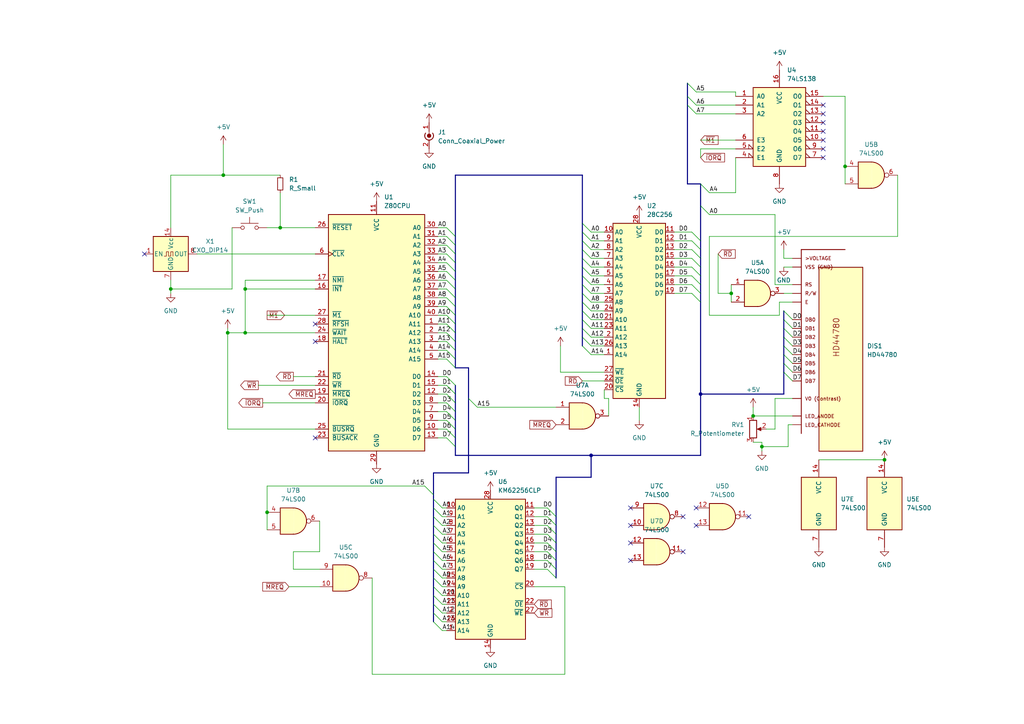
<source format=kicad_sch>
(kicad_sch (version 20230121) (generator eeschema)
  (paper "A4")
  (lib_symbols
    (symbol "Connector:Conn_Coaxial_Power" (pin_names (offset 1.016) hide)
      (property "Reference" "J" (at -5.08 -1.27 90))
      (property "Value" "Conn_Coaxial_Power" (at -3.175 -1.27 90))
      (symbol "Conn_Coaxial_Power_1_1"
        (pin passive line (at 0 2.54 270) (length 2.54) (name "In") (number "1"))
        (pin passive line (at 0 -5.08 90) (length 2.54) (name "Ext") (number "2"))
      )
    )
    (symbol "Device:R_Potentiometer" (pin_names (offset 1.016) hide)
      (property "Reference" "RV" (at -4.445 0 90))
      (property "Value" "R_Potentiometer" (at -2.54 0 90))
      (symbol "R_Potentiometer_1_1"
        (pin passive line (at 0 3.81 270) (length 1.27) (name "1") (number "1"))
        (pin passive line (at 3.81 0 180) (length 1.27) (name "2") (number "2"))
        (pin passive line (at 0 -3.81 90) (length 1.27) (name "3") (number "3"))
      )
    )
    (symbol "Z80ComputerLib:+5V" (power) (pin_names (offset 0))
      (property "Value" "+5V" (at 0 3.556 0))
      (symbol "+5V_1_1"
        (pin power_in line (at 0 0 90) (length 0) hide (name "+5V") (number "1"))
      )
    )
    (symbol "Z80ComputerLib:28C256"
      (property "Reference" "U" (at -7.62 26.67 0))
      (property "Value" "28C256" (at 2.54 -26.67 0))
      (symbol "28C256_1_1"
        (pin input line (at -10.16 -12.7 0) (length 2.54) (name "A14") (number "1"))
        (pin input line (at -10.16 22.86 0) (length 2.54) (name "A0") (number "10"))
        (pin tri_state line (at 10.16 22.86 180) (length 2.54) (name "D0") (number "11"))
        (pin tri_state line (at 10.16 20.32 180) (length 2.54) (name "D1") (number "12"))
        (pin tri_state line (at 10.16 17.78 180) (length 2.54) (name "D2") (number "13"))
        (pin power_in line (at 0 -27.94 90) (length 2.54) (name "GND") (number "14"))
        (pin tri_state line (at 10.16 15.24 180) (length 2.54) (name "D3") (number "15"))
        (pin tri_state line (at 10.16 12.7 180) (length 2.54) (name "D4") (number "16"))
        (pin tri_state line (at 10.16 10.16 180) (length 2.54) (name "D5") (number "17"))
        (pin tri_state line (at 10.16 7.62 180) (length 2.54) (name "D6") (number "18"))
        (pin tri_state line (at 10.16 5.08 180) (length 2.54) (name "D7") (number "19"))
        (pin input line (at -10.16 -7.62 0) (length 2.54) (name "A12") (number "2"))
        (pin input line (at -10.16 -22.86 0) (length 2.54) (name "~{CS}") (number "20"))
        (pin input line (at -10.16 -2.54 0) (length 2.54) (name "A10") (number "21"))
        (pin input line (at -10.16 -20.32 0) (length 2.54) (name "~{OE}") (number "22"))
        (pin input line (at -10.16 -5.08 0) (length 2.54) (name "A11") (number "23"))
        (pin input line (at -10.16 0 0) (length 2.54) (name "A9") (number "24"))
        (pin input line (at -10.16 2.54 0) (length 2.54) (name "A8") (number "25"))
        (pin input line (at -10.16 -10.16 0) (length 2.54) (name "A13") (number "26"))
        (pin input line (at -10.16 -17.78 0) (length 2.54) (name "~{WE}") (number "27"))
        (pin power_in line (at 0 27.94 270) (length 2.54) (name "VCC") (number "28"))
        (pin input line (at -10.16 5.08 0) (length 2.54) (name "A7") (number "3"))
        (pin input line (at -10.16 7.62 0) (length 2.54) (name "A6") (number "4"))
        (pin input line (at -10.16 10.16 0) (length 2.54) (name "A5") (number "5"))
        (pin input line (at -10.16 12.7 0) (length 2.54) (name "A4") (number "6"))
        (pin input line (at -10.16 15.24 0) (length 2.54) (name "A3") (number "7"))
        (pin input line (at -10.16 17.78 0) (length 2.54) (name "A2") (number "8"))
        (pin input line (at -10.16 20.32 0) (length 2.54) (name "A1") (number "9"))
      )
    )
    (symbol "Z80ComputerLib:74LS00" (pin_names (offset 1.016))
      (property "Reference" "U" (at 0 1.27 0))
      (property "Value" "74LS00" (at 0 -1.27 0))
      (symbol "74LS00_1_1"
        (pin input line (at -7.62 2.54 0) (length 3.81) (name "~") (number "1"))
        (pin input line (at -7.62 -2.54 0) (length 3.81) (name "~") (number "2"))
        (pin output inverted (at 7.62 0 180) (length 3.81) (name "~") (number "3"))
      )
      (symbol "74LS00_1_2"
        (pin input inverted (at -7.62 2.54 0) (length 4.318) (name "~") (number "1"))
        (pin input inverted (at -7.62 -2.54 0) (length 4.318) (name "~") (number "2"))
        (pin output line (at 7.62 0 180) (length 3.81) (name "~") (number "3"))
      )
      (symbol "74LS00_2_1"
        (pin input line (at -7.62 2.54 0) (length 3.81) (name "~") (number "4"))
        (pin input line (at -7.62 -2.54 0) (length 3.81) (name "~") (number "5"))
        (pin output inverted (at 7.62 0 180) (length 3.81) (name "~") (number "6"))
      )
      (symbol "74LS00_2_2"
        (pin input inverted (at -7.62 2.54 0) (length 4.318) (name "~") (number "4"))
        (pin input inverted (at -7.62 -2.54 0) (length 4.318) (name "~") (number "5"))
        (pin output line (at 7.62 0 180) (length 3.81) (name "~") (number "6"))
      )
      (symbol "74LS00_3_1"
        (pin input line (at -7.62 -2.54 0) (length 3.81) (name "~") (number "10"))
        (pin output inverted (at 7.62 0 180) (length 3.81) (name "~") (number "8"))
        (pin input line (at -7.62 2.54 0) (length 3.81) (name "~") (number "9"))
      )
      (symbol "74LS00_3_2"
        (pin input inverted (at -7.62 -2.54 0) (length 4.318) (name "~") (number "10"))
        (pin output line (at 7.62 0 180) (length 3.81) (name "~") (number "8"))
        (pin input inverted (at -7.62 2.54 0) (length 4.318) (name "~") (number "9"))
      )
      (symbol "74LS00_4_1"
        (pin output inverted (at 7.62 0 180) (length 3.81) (name "~") (number "11"))
        (pin input line (at -7.62 2.54 0) (length 3.81) (name "~") (number "12"))
        (pin input line (at -7.62 -2.54 0) (length 3.81) (name "~") (number "13"))
      )
      (symbol "74LS00_4_2"
        (pin output line (at 7.62 0 180) (length 3.81) (name "~") (number "11"))
        (pin input inverted (at -7.62 2.54 0) (length 4.318) (name "~") (number "12"))
        (pin input inverted (at -7.62 -2.54 0) (length 4.318) (name "~") (number "13"))
      )
      (symbol "74LS00_5_0"
        (pin power_in line (at 0 12.7 270) (length 5.08) (name "VCC") (number "14"))
        (pin power_in line (at 0 -12.7 90) (length 5.08) (name "GND") (number "7"))
      )
    )
    (symbol "Z80ComputerLib:74LS138" (pin_names (offset 1.016))
      (property "Reference" "U" (at -7.62 11.43 0))
      (property "Value" "74LS138" (at -7.62 -13.97 0))
      (symbol "74LS138_1_0"
        (pin input line (at -12.7 7.62 0) (length 5.08) (name "A0") (number "1"))
        (pin output output_low (at 12.7 -5.08 180) (length 5.08) (name "O5") (number "10"))
        (pin output output_low (at 12.7 -2.54 180) (length 5.08) (name "O4") (number "11"))
        (pin output output_low (at 12.7 0 180) (length 5.08) (name "O3") (number "12"))
        (pin output output_low (at 12.7 2.54 180) (length 5.08) (name "O2") (number "13"))
        (pin output output_low (at 12.7 5.08 180) (length 5.08) (name "O1") (number "14"))
        (pin output output_low (at 12.7 7.62 180) (length 5.08) (name "O0") (number "15"))
        (pin power_in line (at 0 15.24 270) (length 5.08) (name "VCC") (number "16"))
        (pin input line (at -12.7 5.08 0) (length 5.08) (name "A1") (number "2"))
        (pin input line (at -12.7 2.54 0) (length 5.08) (name "A2") (number "3"))
        (pin input input_low (at -12.7 -10.16 0) (length 5.08) (name "E1") (number "4"))
        (pin input input_low (at -12.7 -7.62 0) (length 5.08) (name "E2") (number "5"))
        (pin input line (at -12.7 -5.08 0) (length 5.08) (name "E3") (number "6"))
        (pin output output_low (at 12.7 -10.16 180) (length 5.08) (name "O7") (number "7"))
        (pin power_in line (at 0 -17.78 90) (length 5.08) (name "GND") (number "8"))
        (pin output output_low (at 12.7 -7.62 180) (length 5.08) (name "O6") (number "9"))
      )
    )
    (symbol "Z80ComputerLib:CXO_DIP14" (pin_names (offset 0.254))
      (property "Reference" "X" (at -5.08 6.35 0))
      (property "Value" "CXO_DIP14" (at 1.27 -6.35 0))
      (symbol "CXO_DIP14_1_1"
        (pin input line (at -7.62 0 0) (length 2.54) (name "EN") (number "1"))
        (pin power_in line (at 0 7.62 270) (length 2.54) (name "Vcc") (number "14"))
        (pin power_in line (at 0 -7.62 90) (length 2.54) (name "GND") (number "7"))
        (pin output line (at 7.62 0 180) (length 2.54) (name "OUT") (number "8"))
      )
    )
    (symbol "Z80ComputerLib:GND" (power) (pin_names (offset 0))
      (property "Value" "GND" (at 0 -3.81 0))
      (symbol "GND_1_1"
        (pin power_in line (at 0 0 270) (length 0) hide (name "GND") (number "1"))
      )
    )
    (symbol "Z80ComputerLib:HD44780" (pin_numbers hide) (pin_names (offset 1.016) hide)
      (property "Reference" "DIS" (at 0 5.08 0))
      (property "Value" "HD44780" (at 0 2.54 0))
      (symbol "HD44780_0_0"
        (text ">VOLTAGE" (at 1.016 -2.54 0) (effects (font (size 1.016 1.016)) (justify left)))
        (text "DB0" (at 1.016 -20.3454 0) (effects (font (size 1.016 1.016)) (justify left)))
        (text "DB1" (at 1.016 -22.8854 0) (effects (font (size 1.016 1.016)) (justify left)))
        (text "DB2" (at 1.016 -25.4 0) (effects (font (size 1.016 1.016)) (justify left)))
        (text "DB3" (at 1.016 -27.9908 0) (effects (font (size 1.016 1.016)) (justify left)))
        (text "DB4" (at 1.016 -30.5308 0) (effects (font (size 1.016 1.016)) (justify left)))
        (text "DB5" (at 1.016 -33.02 0) (effects (font (size 1.016 1.016)) (justify left)))
        (text "DB6" (at 1.016 -35.5854 0) (effects (font (size 1.016 1.016)) (justify left)))
        (text "DB7" (at 1.016 -38.1254 0) (effects (font (size 1.016 1.016)) (justify left)))
        (text "E" (at 1.016 -15.2654 0) (effects (font (size 1.016 1.016)) (justify left)))
        (text "HD44780" (at 10.16 -25.4254 900) (effects (font (size 1.6764 1.6764))))
        (text "LED_ANODE" (at 1.016 -48.3362 0) (effects (font (size 1.016 1.016)) (justify left)))
        (text "LED_CATHODE" (at 1.016 -50.8762 0) (effects (font (size 1.016 1.016)) (justify left)))
        (text "R/W" (at 1.016 -12.7 0) (effects (font (size 1.016 1.016)) (justify left)))
        (text "RS" (at 1.016 -10.16 0) (effects (font (size 1.016 1.016)) (justify left)))
        (text "V0 (Contrast)" (at 1.016 -43.2562 0) (effects (font (size 1.016 1.016)) (justify left)))
        (text "VSS (GND)" (at 1.016 -5.08 0) (effects (font (size 1.016 1.016)) (justify left)))
        (pin bidirectional line (at -2.54 -5.08 0) (length 2.54) (name "~") (number "P$1"))
        (pin bidirectional line (at -2.54 -27.94 0) (length 2.54) (name "~") (number "P$10"))
        (pin bidirectional line (at -2.54 -30.48 0) (length 2.54) (name "~") (number "P$11"))
        (pin bidirectional line (at -2.54 -33.02 0) (length 2.54) (name "~") (number "P$12"))
        (pin bidirectional line (at -2.54 -35.56 0) (length 2.54) (name "~") (number "P$13"))
        (pin bidirectional line (at -2.54 -38.1 0) (length 2.54) (name "~") (number "P$14"))
        (pin bidirectional line (at -2.54 -48.26 0) (length 2.54) (name "~") (number "P$15"))
        (pin bidirectional line (at -2.54 -50.8 0) (length 2.54) (name "~") (number "P$16"))
        (pin bidirectional line (at -2.54 -2.54 0) (length 2.54) (name "~") (number "P$2"))
        (pin bidirectional line (at -2.54 -43.18 0) (length 2.54) (name "~") (number "P$3"))
        (pin bidirectional line (at -2.54 -10.16 0) (length 2.54) (name "~") (number "P$4"))
        (pin bidirectional line (at -2.54 -12.7 0) (length 2.54) (name "~") (number "P$5"))
        (pin bidirectional line (at -2.54 -15.24 0) (length 2.54) (name "~") (number "P$6"))
        (pin bidirectional line (at -2.54 -20.32 0) (length 2.54) (name "~") (number "P$7"))
        (pin bidirectional line (at -2.54 -22.86 0) (length 2.54) (name "~") (number "P$8"))
        (pin bidirectional line (at -2.54 -25.4 0) (length 2.54) (name "~") (number "P$9"))
      )
    )
    (symbol "Z80ComputerLib:KM62256CLP"
      (property "Reference" "U" (at -10.16 20.955 0))
      (property "Value" "KM62256CLP" (at 2.54 20.955 0))
      (symbol "KM62256CLP_0_0"
        (pin power_in line (at 0 -22.86 90) (length 2.54) (name "GND") (number "14"))
        (pin power_in line (at 0 22.86 270) (length 2.54) (name "VCC") (number "28"))
      )
      (symbol "KM62256CLP_1_1"
        (pin input line (at -12.7 -17.78 0) (length 2.54) (name "A14") (number "1"))
        (pin input line (at -12.7 17.78 0) (length 2.54) (name "A0") (number "10"))
        (pin tri_state line (at 12.7 17.78 180) (length 2.54) (name "Q0") (number "11"))
        (pin tri_state line (at 12.7 15.24 180) (length 2.54) (name "Q1") (number "12"))
        (pin tri_state line (at 12.7 12.7 180) (length 2.54) (name "Q2") (number "13"))
        (pin tri_state line (at 12.7 10.16 180) (length 2.54) (name "Q3") (number "15"))
        (pin tri_state line (at 12.7 7.62 180) (length 2.54) (name "Q4") (number "16"))
        (pin tri_state line (at 12.7 5.08 180) (length 2.54) (name "Q5") (number "17"))
        (pin tri_state line (at 12.7 2.54 180) (length 2.54) (name "Q6") (number "18"))
        (pin tri_state line (at 12.7 0 180) (length 2.54) (name "Q7") (number "19"))
        (pin input line (at -12.7 -12.7 0) (length 2.54) (name "A12") (number "2"))
        (pin input line (at 12.7 -5.08 180) (length 2.54) (name "~{CS}") (number "20"))
        (pin input line (at -12.7 -7.62 0) (length 2.54) (name "A10") (number "21"))
        (pin input line (at 12.7 -10.16 180) (length 2.54) (name "~{OE}") (number "22"))
        (pin input line (at -12.7 -10.16 0) (length 2.54) (name "A11") (number "23"))
        (pin input line (at -12.7 -5.08 0) (length 2.54) (name "A9") (number "24"))
        (pin input line (at -12.7 -2.54 0) (length 2.54) (name "A8") (number "25"))
        (pin input line (at -12.7 -15.24 0) (length 2.54) (name "A13") (number "26"))
        (pin input line (at 12.7 -12.7 180) (length 2.54) (name "~{WE}") (number "27"))
        (pin input line (at -12.7 0 0) (length 2.54) (name "A7") (number "3"))
        (pin input line (at -12.7 2.54 0) (length 2.54) (name "A6") (number "4"))
        (pin input line (at -12.7 5.08 0) (length 2.54) (name "A5") (number "5"))
        (pin input line (at -12.7 7.62 0) (length 2.54) (name "A4") (number "6"))
        (pin input line (at -12.7 10.16 0) (length 2.54) (name "A3") (number "7"))
        (pin input line (at -12.7 12.7 0) (length 2.54) (name "A2") (number "8"))
        (pin input line (at -12.7 15.24 0) (length 2.54) (name "A1") (number "9"))
      )
    )
    (symbol "Z80ComputerLib:R_Small" (pin_numbers hide) (pin_names (offset 0.254) hide)
      (property "Reference" "R" (at 0.762 0.508 0))
      (property "Value" "R_Small" (at 0.762 -1.016 0))
      (symbol "R_Small_1_1"
        (pin passive line (at 0 2.54 270) (length 0.762) (name "~") (number "1"))
        (pin passive line (at 0 -2.54 90) (length 0.762) (name "~") (number "2"))
      )
    )
    (symbol "Z80ComputerLib:SW_Push" (pin_numbers hide) (pin_names (offset 1.016) hide)
      (property "Reference" "SW" (at 1.27 2.54 0))
      (property "Value" "SW_Push" (at 0 -1.524 0))
      (symbol "SW_Push_0_1"
        (pin passive line (at -5.08 0 0) (length 2.54) (name "1") (number "1"))
        (pin passive line (at 5.08 0 180) (length 2.54) (name "2") (number "2"))
      )
    )
    (symbol "Z80ComputerLib:Z80CPU" (pin_names (offset 1.016))
      (property "Reference" "U" (at -13.97 35.56 0))
      (property "Value" "Z80CPU" (at 6.35 35.56 0))
      (symbol "Z80CPU_1_1"
        (pin output line (at 17.78 2.54 180) (length 3.81) (name "A11") (number "1"))
        (pin bidirectional line (at 17.78 -27.94 180) (length 3.81) (name "D6") (number "10"))
        (pin power_in line (at 0 38.1 270) (length 3.81) (name "VCC") (number "11"))
        (pin bidirectional line (at 17.78 -17.78 180) (length 3.81) (name "D2") (number "12"))
        (pin bidirectional line (at 17.78 -30.48 180) (length 3.81) (name "D7") (number "13"))
        (pin bidirectional line (at 17.78 -12.7 180) (length 3.81) (name "D0") (number "14"))
        (pin bidirectional line (at 17.78 -15.24 180) (length 3.81) (name "D1") (number "15"))
        (pin input line (at -17.78 12.7 0) (length 3.81) (name "~{INT}") (number "16"))
        (pin input line (at -17.78 15.24 0) (length 3.81) (name "~{NMI}") (number "17"))
        (pin output line (at -17.78 -2.54 0) (length 3.81) (name "~{HALT}") (number "18"))
        (pin output line (at -17.78 -17.78 0) (length 3.81) (name "~{MREQ}") (number "19"))
        (pin output line (at 17.78 0 180) (length 3.81) (name "A12") (number "2"))
        (pin output line (at -17.78 -20.32 0) (length 3.81) (name "~{IORQ}") (number "20"))
        (pin output line (at -17.78 -12.7 0) (length 3.81) (name "~{RD}") (number "21"))
        (pin output line (at -17.78 -15.24 0) (length 3.81) (name "~{WR}") (number "22"))
        (pin output line (at -17.78 -30.48 0) (length 3.81) (name "~{BUSACK}") (number "23"))
        (pin input line (at -17.78 0 0) (length 3.81) (name "~{WAIT}") (number "24"))
        (pin input line (at -17.78 -27.94 0) (length 3.81) (name "~{BUSRQ}") (number "25"))
        (pin input line (at -17.78 30.48 0) (length 3.81) (name "~{RESET}") (number "26"))
        (pin output line (at -17.78 5.08 0) (length 3.81) (name "~{M1}") (number "27"))
        (pin output line (at -17.78 2.54 0) (length 3.81) (name "~{RFSH}") (number "28"))
        (pin power_in line (at 0 -38.1 90) (length 3.81) (name "GND") (number "29"))
        (pin output line (at 17.78 -2.54 180) (length 3.81) (name "A13") (number "3"))
        (pin output line (at 17.78 30.48 180) (length 3.81) (name "A0") (number "30"))
        (pin output line (at 17.78 27.94 180) (length 3.81) (name "A1") (number "31"))
        (pin output line (at 17.78 25.4 180) (length 3.81) (name "A2") (number "32"))
        (pin output line (at 17.78 22.86 180) (length 3.81) (name "A3") (number "33"))
        (pin output line (at 17.78 20.32 180) (length 3.81) (name "A4") (number "34"))
        (pin output line (at 17.78 17.78 180) (length 3.81) (name "A5") (number "35"))
        (pin output line (at 17.78 15.24 180) (length 3.81) (name "A6") (number "36"))
        (pin output line (at 17.78 12.7 180) (length 3.81) (name "A7") (number "37"))
        (pin output line (at 17.78 10.16 180) (length 3.81) (name "A8") (number "38"))
        (pin output line (at 17.78 7.62 180) (length 3.81) (name "A9") (number "39"))
        (pin output line (at 17.78 -5.08 180) (length 3.81) (name "A14") (number "4"))
        (pin output line (at 17.78 5.08 180) (length 3.81) (name "A10") (number "40"))
        (pin output line (at 17.78 -7.62 180) (length 3.81) (name "A15") (number "5"))
        (pin input clock (at -17.78 22.86 0) (length 3.81) (name "~{CLK}") (number "6"))
        (pin bidirectional line (at 17.78 -22.86 180) (length 3.81) (name "D4") (number "7"))
        (pin bidirectional line (at 17.78 -20.32 180) (length 3.81) (name "D3") (number "8"))
        (pin bidirectional line (at 17.78 -25.4 180) (length 3.81) (name "D5") (number "9"))
      )
    )
  )
  (junction (at 220.98 129.54))
  (junction (at 171.45 132.08))
  (junction (at 64.77 50.8))
  (junction (at 71.12 83.82))
  (junction (at 256.54 133.35))
  (junction (at 71.12 96.52))
  (junction (at 66.04 96.52))
  (junction (at 245.11 48.26))
  (junction (at 81.28 66.04))
  (junction (at 218.44 120.65))
  (junction (at 203.2 114.3))
  (junction (at 212.09 85.09))
  (junction (at 49.53 83.82))
  (junction (at 77.47 148.59))
  (no_connect (at 238.76 30.48))
  (no_connect (at 238.76 35.56))
  (no_connect (at 91.44 99.06))
  (no_connect (at 238.76 38.1))
  (no_connect (at 238.76 45.72))
  (no_connect (at 238.76 33.02))
  (no_connect (at 91.44 127))
  (no_connect (at 238.76 40.64))
  (no_connect (at 198.12 149.86))
  (no_connect (at 201.93 147.32))
  (no_connect (at 238.76 43.18))
  (no_connect (at 91.44 93.98))
  (no_connect (at 182.88 162.56))
  (no_connect (at 201.93 152.4))
  (no_connect (at 217.17 149.86))
  (no_connect (at 182.88 147.32))
  (no_connect (at 182.88 157.48))
  (no_connect (at 41.91 73.66))
  (no_connect (at 182.88 152.4))
  (no_connect (at 198.12 160.02))
  (bus_entry (at 129.54 101.6) (size 2.54 2.54))
  (bus_entry (at 227.33 97.79) (size 2.54 2.54))
  (bus_entry (at 168.91 77.47) (size 2.54 2.54))
  (bus_entry (at 125.73 152.4) (size 2.54 2.54))
  (bus_entry (at 158.75 157.48) (size 2.54 2.54))
  (bus_entry (at 227.33 90.17) (size 2.54 2.54))
  (bus_entry (at 158.75 162.56) (size 2.54 2.54))
  (bus_entry (at 227.33 100.33) (size 2.54 2.54))
  (bus_entry (at 125.73 167.64) (size 2.54 2.54))
  (bus_entry (at 129.54 78.74) (size 2.54 2.54))
  (bus_entry (at 125.73 170.18) (size 2.54 2.54))
  (bus_entry (at 168.91 90.17) (size 2.54 2.54))
  (bus_entry (at 129.54 68.58) (size 2.54 2.54))
  (bus_entry (at 168.91 80.01) (size 2.54 2.54))
  (bus_entry (at 168.91 97.79) (size 2.54 2.54))
  (bus_entry (at 125.73 165.1) (size 2.54 2.54))
  (bus_entry (at 125.73 149.86) (size 2.54 2.54))
  (bus_entry (at 125.73 177.8) (size 2.54 2.54))
  (bus_entry (at 129.54 121.92) (size 2.54 2.54))
  (bus_entry (at 168.91 82.55) (size 2.54 2.54))
  (bus_entry (at 158.75 154.94) (size 2.54 2.54))
  (bus_entry (at 227.33 95.25) (size 2.54 2.54))
  (bus_entry (at 125.73 147.32) (size 2.54 2.54))
  (bus_entry (at 129.54 81.28) (size 2.54 2.54))
  (bus_entry (at 227.33 107.95) (size 2.54 2.54))
  (bus_entry (at 125.73 144.78) (size 2.54 2.54))
  (bus_entry (at 227.33 105.41) (size 2.54 2.54))
  (bus_entry (at 200.66 69.85) (size 2.54 2.54))
  (bus_entry (at 168.91 100.33) (size 2.54 2.54))
  (bus_entry (at 129.54 93.98) (size 2.54 2.54))
  (bus_entry (at 203.2 53.34) (size 2.54 2.54))
  (bus_entry (at 125.73 175.26) (size 2.54 2.54))
  (bus_entry (at 129.54 109.22) (size 2.54 2.54))
  (bus_entry (at 203.2 59.69) (size 2.54 2.54))
  (bus_entry (at 199.39 27.94) (size 2.54 2.54))
  (bus_entry (at 168.91 67.31) (size 2.54 2.54))
  (bus_entry (at 158.75 165.1) (size 2.54 2.54))
  (bus_entry (at 129.54 86.36) (size 2.54 2.54))
  (bus_entry (at 168.91 92.71) (size 2.54 2.54))
  (bus_entry (at 200.66 74.93) (size 2.54 2.54))
  (bus_entry (at 168.91 64.77) (size 2.54 2.54))
  (bus_entry (at 168.91 95.25) (size 2.54 2.54))
  (bus_entry (at 125.73 157.48) (size 2.54 2.54))
  (bus_entry (at 158.75 152.4) (size 2.54 2.54))
  (bus_entry (at 200.66 77.47) (size 2.54 2.54))
  (bus_entry (at 199.39 24.13) (size 2.54 2.54))
  (bus_entry (at 200.66 85.09) (size 2.54 2.54))
  (bus_entry (at 129.54 104.14) (size 2.54 2.54))
  (bus_entry (at 125.73 172.72) (size 2.54 2.54))
  (bus_entry (at 129.54 88.9) (size 2.54 2.54))
  (bus_entry (at 200.66 72.39) (size 2.54 2.54))
  (bus_entry (at 199.39 30.48) (size 2.54 2.54))
  (bus_entry (at 129.54 76.2) (size 2.54 2.54))
  (bus_entry (at 129.54 99.06) (size 2.54 2.54))
  (bus_entry (at 123.19 140.97) (size 2.54 2.54))
  (bus_entry (at 168.91 87.63) (size 2.54 2.54))
  (bus_entry (at 129.54 127) (size 2.54 2.54))
  (bus_entry (at 129.54 116.84) (size 2.54 2.54))
  (bus_entry (at 129.54 114.3) (size 2.54 2.54))
  (bus_entry (at 200.66 80.01) (size 2.54 2.54))
  (bus_entry (at 200.66 67.31) (size 2.54 2.54))
  (bus_entry (at 158.75 160.02) (size 2.54 2.54))
  (bus_entry (at 125.73 162.56) (size 2.54 2.54))
  (bus_entry (at 227.33 102.87) (size 2.54 2.54))
  (bus_entry (at 129.54 73.66) (size 2.54 2.54))
  (bus_entry (at 125.73 154.94) (size 2.54 2.54))
  (bus_entry (at 129.54 111.76) (size 2.54 2.54))
  (bus_entry (at 135.89 115.57) (size 2.54 2.54))
  (bus_entry (at 168.91 74.93) (size 2.54 2.54))
  (bus_entry (at 158.75 149.86) (size 2.54 2.54))
  (bus_entry (at 125.73 180.34) (size 2.54 2.54))
  (bus_entry (at 125.73 160.02) (size 2.54 2.54))
  (bus_entry (at 129.54 71.12) (size 2.54 2.54))
  (bus_entry (at 129.54 119.38) (size 2.54 2.54))
  (bus_entry (at 227.33 92.71) (size 2.54 2.54))
  (bus_entry (at 129.54 124.46) (size 2.54 2.54))
  (bus_entry (at 168.91 69.85) (size 2.54 2.54))
  (bus_entry (at 129.54 96.52) (size 2.54 2.54))
  (bus_entry (at 129.54 91.44) (size 2.54 2.54))
  (bus_entry (at 200.66 82.55) (size 2.54 2.54))
  (bus_entry (at 168.91 72.39) (size 2.54 2.54))
  (bus_entry (at 158.75 147.32) (size 2.54 2.54))
  (bus_entry (at 168.91 85.09) (size 2.54 2.54))
  (bus_entry (at 129.54 83.82) (size 2.54 2.54))
  (bus_entry (at 129.54 66.04) (size 2.54 2.54))
  (wire (pts (xy 128.27 165.1) (xy 129.54 165.1)))
  (wire (pts (xy 127 101.6) (xy 129.54 101.6)))
  (bus (pts (xy 125.73 149.86) (xy 125.73 152.4)))
  (wire (pts (xy 85.09 165.1) (xy 92.71 165.1)))
  (wire (pts (xy 224.79 115.57) (xy 224.79 124.46)))
  (wire (pts (xy 175.26 115.57) (xy 175.26 113.03)))
  (bus (pts (xy 132.08 73.66) (xy 132.08 76.2)))
  (wire (pts (xy 76.2 116.84) (xy 91.44 116.84)))
  (wire (pts (xy 213.36 26.67) (xy 213.36 27.94)))
  (wire (pts (xy 171.45 92.71) (xy 175.26 92.71)))
  (bus (pts (xy 125.73 160.02) (xy 125.73 162.56)))
  (bus (pts (xy 132.08 50.8) (xy 168.91 50.8)))
  (bus (pts (xy 125.73 167.64) (xy 125.73 170.18)))
  (bus (pts (xy 132.08 132.08) (xy 171.45 132.08)))
  (bus (pts (xy 227.33 102.87) (xy 227.33 105.41)))
  (wire (pts (xy 201.93 33.02) (xy 213.36 33.02)))
  (wire (pts (xy 128.27 149.86) (xy 129.54 149.86)))
  (bus (pts (xy 132.08 68.58) (xy 132.08 71.12)))
  (bus (pts (xy 132.08 129.54) (xy 132.08 132.08)))
  (wire (pts (xy 220.98 129.54) (xy 220.98 130.81)))
  (wire (pts (xy 127 124.46) (xy 129.54 124.46)))
  (wire (pts (xy 77.47 66.04) (xy 81.28 66.04)))
  (wire (pts (xy 213.36 45.72) (xy 213.36 55.88)))
  (wire (pts (xy 128.27 177.8) (xy 129.54 177.8)))
  (wire (pts (xy 212.09 82.55) (xy 212.09 85.09)))
  (bus (pts (xy 203.2 69.85) (xy 203.2 72.39)))
  (bus (pts (xy 132.08 91.44) (xy 132.08 93.98)))
  (wire (pts (xy 218.44 118.11) (xy 218.44 120.65)))
  (wire (pts (xy 127 111.76) (xy 129.54 111.76)))
  (wire (pts (xy 226.06 87.63) (xy 229.87 87.63)))
  (wire (pts (xy 154.94 154.94) (xy 158.75 154.94)))
  (bus (pts (xy 132.08 104.14) (xy 132.08 101.6)))
  (wire (pts (xy 195.58 69.85) (xy 200.66 69.85)))
  (wire (pts (xy 91.44 124.46) (xy 66.04 124.46)))
  (wire (pts (xy 127 71.12) (xy 129.54 71.12)))
  (bus (pts (xy 199.39 24.13) (xy 199.39 27.94)))
  (wire (pts (xy 171.45 85.09) (xy 175.26 85.09)))
  (bus (pts (xy 132.08 101.6) (xy 132.08 99.06)))
  (wire (pts (xy 226.06 91.44) (xy 226.06 87.63)))
  (wire (pts (xy 154.94 162.56) (xy 158.75 162.56)))
  (wire (pts (xy 128.27 180.34) (xy 129.54 180.34)))
  (wire (pts (xy 128.27 147.32) (xy 129.54 147.32)))
  (wire (pts (xy 171.45 67.31) (xy 175.26 67.31)))
  (bus (pts (xy 168.91 87.63) (xy 168.91 90.17)))
  (bus (pts (xy 168.91 80.01) (xy 168.91 82.55)))
  (wire (pts (xy 128.27 152.4) (xy 129.54 152.4)))
  (bus (pts (xy 132.08 111.76) (xy 132.08 114.3)))
  (bus (pts (xy 203.2 72.39) (xy 203.2 74.93)))
  (bus (pts (xy 227.33 97.79) (xy 227.33 100.33)))
  (bus (pts (xy 227.33 90.17) (xy 227.33 92.71)))
  (bus (pts (xy 161.29 154.94) (xy 161.29 157.48)))
  (wire (pts (xy 127 104.14) (xy 129.54 104.14)))
  (wire (pts (xy 128.27 182.88) (xy 129.54 182.88)))
  (bus (pts (xy 168.91 85.09) (xy 168.91 87.63)))
  (wire (pts (xy 91.44 81.28) (xy 71.12 81.28)))
  (bus (pts (xy 203.2 77.47) (xy 203.2 80.01)))
  (wire (pts (xy 127 99.06) (xy 129.54 99.06)))
  (bus (pts (xy 161.29 160.02) (xy 161.29 162.56)))
  (bus (pts (xy 125.73 147.32) (xy 125.73 149.86)))
  (wire (pts (xy 127 93.98) (xy 129.54 93.98)))
  (wire (pts (xy 176.53 120.65) (xy 176.53 115.57)))
  (wire (pts (xy 238.76 27.94) (xy 245.11 27.94)))
  (bus (pts (xy 125.73 172.72) (xy 125.73 175.26)))
  (wire (pts (xy 224.79 82.55) (xy 229.87 82.55)))
  (bus (pts (xy 168.91 90.17) (xy 168.91 92.71)))
  (bus (pts (xy 227.33 95.25) (xy 227.33 97.79)))
  (bus (pts (xy 168.91 82.55) (xy 168.91 85.09)))
  (wire (pts (xy 127 127) (xy 129.54 127)))
  (wire (pts (xy 163.83 170.18) (xy 154.94 170.18)))
  (wire (pts (xy 224.79 62.23) (xy 224.79 82.55)))
  (bus (pts (xy 199.39 30.48) (xy 199.39 53.34)))
  (wire (pts (xy 224.79 124.46) (xy 222.25 124.46)))
  (wire (pts (xy 74.93 111.76) (xy 91.44 111.76)))
  (wire (pts (xy 175.26 107.95) (xy 162.56 107.95)))
  (bus (pts (xy 132.08 104.14) (xy 132.08 106.68)))
  (wire (pts (xy 49.53 50.8) (xy 64.77 50.8)))
  (bus (pts (xy 132.08 81.28) (xy 132.08 78.74)))
  (wire (pts (xy 229.87 123.19) (xy 228.6 123.19)))
  (wire (pts (xy 237.49 133.35) (xy 256.54 133.35)))
  (bus (pts (xy 132.08 124.46) (xy 132.08 127)))
  (bus (pts (xy 168.91 77.47) (xy 168.91 80.01)))
  (wire (pts (xy 171.45 97.79) (xy 175.26 97.79)))
  (bus (pts (xy 125.73 137.16) (xy 125.73 143.51)))
  (bus (pts (xy 203.2 59.69) (xy 203.2 69.85)))
  (bus (pts (xy 125.73 154.94) (xy 125.73 157.48)))
  (bus (pts (xy 168.91 64.77) (xy 168.91 67.31)))
  (bus (pts (xy 161.29 152.4) (xy 161.29 154.94)))
  (bus (pts (xy 203.2 82.55) (xy 203.2 85.09)))
  (wire (pts (xy 66.04 124.46) (xy 66.04 96.52)))
  (bus (pts (xy 203.2 87.63) (xy 203.2 114.3)))
  (bus (pts (xy 168.91 67.31) (xy 168.91 69.85)))
  (wire (pts (xy 195.58 72.39) (xy 200.66 72.39)))
  (wire (pts (xy 127 91.44) (xy 129.54 91.44)))
  (bus (pts (xy 132.08 83.82) (xy 132.08 86.36)))
  (bus (pts (xy 171.45 132.08) (xy 171.45 138.43)))
  (wire (pts (xy 77.47 148.59) (xy 77.47 153.67)))
  (bus (pts (xy 125.73 177.8) (xy 125.73 180.34)))
  (wire (pts (xy 245.11 27.94) (xy 245.11 48.26)))
  (wire (pts (xy 227.33 74.93) (xy 229.87 74.93)))
  (wire (pts (xy 195.58 77.47) (xy 200.66 77.47)))
  (wire (pts (xy 171.45 72.39) (xy 175.26 72.39)))
  (wire (pts (xy 77.47 140.97) (xy 77.47 148.59)))
  (wire (pts (xy 220.98 128.27) (xy 220.98 129.54)))
  (bus (pts (xy 227.33 92.71) (xy 227.33 95.25)))
  (bus (pts (xy 132.08 81.28) (xy 132.08 83.82)))
  (bus (pts (xy 171.45 132.08) (xy 203.2 132.08)))
  (wire (pts (xy 67.31 66.04) (xy 67.31 83.82)))
  (wire (pts (xy 77.47 140.97) (xy 123.19 140.97)))
  (bus (pts (xy 125.73 152.4) (xy 125.73 154.94)))
  (bus (pts (xy 168.91 74.93) (xy 168.91 77.47)))
  (wire (pts (xy 92.71 160.02) (xy 85.09 160.02)))
  (wire (pts (xy 49.53 81.28) (xy 49.53 83.82)))
  (wire (pts (xy 154.94 147.32) (xy 158.75 147.32)))
  (wire (pts (xy 71.12 96.52) (xy 91.44 96.52)))
  (wire (pts (xy 127 121.92) (xy 129.54 121.92)))
  (wire (pts (xy 107.95 167.64) (xy 107.95 195.58)))
  (bus (pts (xy 161.29 165.1) (xy 161.29 167.64)))
  (bus (pts (xy 132.08 116.84) (xy 132.08 119.38)))
  (wire (pts (xy 49.53 50.8) (xy 49.53 66.04)))
  (bus (pts (xy 203.2 80.01) (xy 203.2 82.55)))
  (wire (pts (xy 260.35 68.58) (xy 205.74 68.58)))
  (bus (pts (xy 132.08 76.2) (xy 132.08 78.74)))
  (wire (pts (xy 227.33 72.39) (xy 227.33 74.93)))
  (wire (pts (xy 228.6 129.54) (xy 220.98 129.54)))
  (wire (pts (xy 201.93 30.48) (xy 213.36 30.48)))
  (bus (pts (xy 132.08 114.3) (xy 132.08 116.84)))
  (wire (pts (xy 67.31 83.82) (xy 49.53 83.82)))
  (wire (pts (xy 128.27 162.56) (xy 129.54 162.56)))
  (bus (pts (xy 168.91 92.71) (xy 168.91 95.25)))
  (wire (pts (xy 163.83 195.58) (xy 163.83 170.18)))
  (bus (pts (xy 125.73 162.56) (xy 125.73 165.1)))
  (wire (pts (xy 71.12 96.52) (xy 71.12 83.82)))
  (wire (pts (xy 185.42 118.11) (xy 185.42 121.92)))
  (wire (pts (xy 208.28 85.09) (xy 212.09 85.09)))
  (wire (pts (xy 208.28 73.66) (xy 208.28 85.09)))
  (wire (pts (xy 127 68.58) (xy 129.54 68.58)))
  (bus (pts (xy 168.91 95.25) (xy 168.91 97.79)))
  (wire (pts (xy 81.28 55.88) (xy 81.28 66.04)))
  (wire (pts (xy 245.11 48.26) (xy 245.11 53.34)))
  (wire (pts (xy 127 114.3) (xy 129.54 114.3)))
  (bus (pts (xy 203.2 85.09) (xy 203.2 87.63)))
  (wire (pts (xy 168.91 110.49) (xy 175.26 110.49)))
  (wire (pts (xy 195.58 67.31) (xy 200.66 67.31)))
  (wire (pts (xy 227.33 85.09) (xy 229.87 85.09)))
  (wire (pts (xy 171.45 90.17) (xy 175.26 90.17)))
  (wire (pts (xy 171.45 80.01) (xy 175.26 80.01)))
  (wire (pts (xy 176.53 115.57) (xy 175.26 115.57)))
  (wire (pts (xy 127 116.84) (xy 129.54 116.84)))
  (bus (pts (xy 203.2 53.34) (xy 199.39 53.34)))
  (bus (pts (xy 203.2 74.93) (xy 203.2 77.47)))
  (wire (pts (xy 213.36 43.18) (xy 203.2 43.18)))
  (wire (pts (xy 213.36 55.88) (xy 205.74 55.88)))
  (wire (pts (xy 127 78.74) (xy 129.54 78.74)))
  (wire (pts (xy 205.74 68.58) (xy 205.74 91.44)))
  (wire (pts (xy 212.09 85.09) (xy 212.09 87.63)))
  (wire (pts (xy 127 66.04) (xy 129.54 66.04)))
  (wire (pts (xy 154.94 160.02) (xy 158.75 160.02)))
  (bus (pts (xy 125.73 144.78) (xy 125.73 147.32)))
  (wire (pts (xy 154.94 152.4) (xy 158.75 152.4)))
  (bus (pts (xy 168.91 69.85) (xy 168.91 72.39)))
  (wire (pts (xy 218.44 128.27) (xy 220.98 128.27)))
  (wire (pts (xy 127 96.52) (xy 129.54 96.52)))
  (wire (pts (xy 127 119.38) (xy 129.54 119.38)))
  (bus (pts (xy 125.73 137.16) (xy 135.89 137.16)))
  (bus (pts (xy 132.08 93.98) (xy 132.08 96.52)))
  (bus (pts (xy 168.91 72.39) (xy 168.91 74.93)))
  (wire (pts (xy 92.71 151.13) (xy 92.71 160.02)))
  (wire (pts (xy 128.27 175.26) (xy 129.54 175.26)))
  (bus (pts (xy 161.29 138.43) (xy 161.29 149.86)))
  (bus (pts (xy 135.89 137.16) (xy 135.89 115.57)))
  (wire (pts (xy 205.74 91.44) (xy 226.06 91.44)))
  (wire (pts (xy 171.45 102.87) (xy 175.26 102.87)))
  (wire (pts (xy 127 109.22) (xy 129.54 109.22)))
  (wire (pts (xy 229.87 115.57) (xy 224.79 115.57)))
  (wire (pts (xy 171.45 95.25) (xy 175.26 95.25)))
  (bus (pts (xy 227.33 107.95) (xy 227.33 114.3)))
  (wire (pts (xy 107.95 195.58) (xy 163.83 195.58)))
  (wire (pts (xy 195.58 80.01) (xy 200.66 80.01)))
  (wire (pts (xy 127 81.28) (xy 129.54 81.28)))
  (wire (pts (xy 66.04 96.52) (xy 66.04 95.25)))
  (wire (pts (xy 127 83.82) (xy 129.54 83.82)))
  (bus (pts (xy 125.73 165.1) (xy 125.73 167.64)))
  (wire (pts (xy 195.58 85.09) (xy 200.66 85.09)))
  (bus (pts (xy 132.08 99.06) (xy 132.08 96.52)))
  (wire (pts (xy 71.12 83.82) (xy 91.44 83.82)))
  (wire (pts (xy 57.15 73.66) (xy 91.44 73.66)))
  (bus (pts (xy 132.08 121.92) (xy 132.08 124.46)))
  (bus (pts (xy 125.73 170.18) (xy 125.73 172.72)))
  (wire (pts (xy 49.53 83.82) (xy 49.53 85.09)))
  (wire (pts (xy 229.87 120.65) (xy 218.44 120.65)))
  (wire (pts (xy 127 88.9) (xy 129.54 88.9)))
  (wire (pts (xy 83.82 170.18) (xy 92.71 170.18)))
  (bus (pts (xy 135.89 115.57) (xy 135.89 106.68)))
  (bus (pts (xy 125.73 175.26) (xy 125.73 177.8)))
  (bus (pts (xy 125.73 157.48) (xy 125.73 160.02)))
  (wire (pts (xy 171.45 74.93) (xy 175.26 74.93)))
  (wire (pts (xy 128.27 157.48) (xy 129.54 157.48)))
  (wire (pts (xy 138.43 118.11) (xy 161.29 118.11)))
  (wire (pts (xy 128.27 172.72) (xy 129.54 172.72)))
  (wire (pts (xy 71.12 81.28) (xy 71.12 83.82)))
  (bus (pts (xy 203.2 114.3) (xy 203.2 132.08)))
  (bus (pts (xy 227.33 100.33) (xy 227.33 102.87)))
  (wire (pts (xy 128.27 170.18) (xy 129.54 170.18)))
  (wire (pts (xy 154.94 149.86) (xy 158.75 149.86)))
  (bus (pts (xy 161.29 149.86) (xy 161.29 152.4)))
  (wire (pts (xy 228.6 123.19) (xy 228.6 129.54)))
  (wire (pts (xy 127 86.36) (xy 129.54 86.36)))
  (bus (pts (xy 161.29 162.56) (xy 161.29 165.1)))
  (bus (pts (xy 132.08 127) (xy 132.08 129.54)))
  (bus (pts (xy 168.91 50.8) (xy 168.91 64.77)))
  (wire (pts (xy 203.2 43.18) (xy 203.2 45.72)))
  (wire (pts (xy 195.58 82.55) (xy 200.66 82.55)))
  (wire (pts (xy 128.27 160.02) (xy 129.54 160.02)))
  (bus (pts (xy 135.89 106.68) (xy 132.08 106.68)))
  (wire (pts (xy 171.45 69.85) (xy 175.26 69.85)))
  (wire (pts (xy 195.58 74.93) (xy 200.66 74.93)))
  (bus (pts (xy 203.2 53.34) (xy 203.2 59.69)))
  (bus (pts (xy 227.33 114.3) (xy 203.2 114.3)))
  (wire (pts (xy 171.45 82.55) (xy 175.26 82.55)))
  (wire (pts (xy 205.74 62.23) (xy 224.79 62.23)))
  (bus (pts (xy 132.08 119.38) (xy 132.08 121.92)))
  (wire (pts (xy 154.94 165.1) (xy 158.75 165.1)))
  (bus (pts (xy 227.33 105.41) (xy 227.33 107.95)))
  (wire (pts (xy 171.45 87.63) (xy 175.26 87.63)))
  (wire (pts (xy 64.77 50.8) (xy 81.28 50.8)))
  (wire (pts (xy 171.45 100.33) (xy 175.26 100.33)))
  (wire (pts (xy 66.04 96.52) (xy 71.12 96.52)))
  (wire (pts (xy 127 76.2) (xy 129.54 76.2)))
  (bus (pts (xy 171.45 138.43) (xy 161.29 138.43)))
  (wire (pts (xy 201.93 26.67) (xy 213.36 26.67)))
  (wire (pts (xy 260.35 50.8) (xy 260.35 68.58)))
  (wire (pts (xy 171.45 77.47) (xy 175.26 77.47)))
  (wire (pts (xy 127 73.66) (xy 129.54 73.66)))
  (bus (pts (xy 132.08 88.9) (xy 132.08 91.44)))
  (wire (pts (xy 128.27 154.94) (xy 129.54 154.94)))
  (bus (pts (xy 199.39 27.94) (xy 199.39 30.48)))
  (wire (pts (xy 128.27 167.64) (xy 129.54 167.64)))
  (wire (pts (xy 64.77 50.8) (xy 64.77 41.91)))
  (bus (pts (xy 125.73 143.51) (xy 125.73 144.78)))
  (wire (pts (xy 85.09 109.22) (xy 91.44 109.22)))
  (wire (pts (xy 203.2 40.64) (xy 213.36 40.64)))
  (wire (pts (xy 227.33 77.47) (xy 229.87 77.47)))
  (bus (pts (xy 132.08 50.8) (xy 132.08 68.58)))
  (wire (pts (xy 85.09 160.02) (xy 85.09 165.1)))
  (wire (pts (xy 77.47 91.44) (xy 91.44 91.44)))
  (wire (pts (xy 81.28 66.04) (xy 91.44 66.04)))
  (wire (pts (xy 162.56 107.95) (xy 162.56 100.33)))
  (bus (pts (xy 132.08 86.36) (xy 132.08 88.9)))
  (bus (pts (xy 161.29 157.48) (xy 161.29 160.02)))
  (bus (pts (xy 168.91 97.79) (xy 168.91 100.33)))
  (wire (pts (xy 154.94 157.48) (xy 158.75 157.48)))
  (bus (pts (xy 132.08 71.12) (xy 132.08 73.66)))
  (label "A10" (at 128.27 172.72 0))
  (label "A12" (at 171.45 97.79 0))
  (label "A10" (at 127 91.44 0))
  (label "A4" (at 128.27 157.48 0))
  (label "A13" (at 171.45 100.33 0))
  (label "D0" (at 229.87 92.71 0))
  (label "A12" (at 127 96.52 0))
  (label "D7" (at 157.48 165.1 0))
  (label "D6" (at 128.27 124.46 0))
  (label "D0" (at 196.85 67.31 0))
  (label "D4" (at 128.27 119.38 0))
  (label "D7" (at 196.85 85.09 0))
  (label "A6" (at 171.45 82.55 0))
  (label "A14" (at 171.45 102.87 0))
  (label "D1" (at 128.27 111.76 0))
  (label "A5" (at 201.93 26.67 0))
  (label "A7" (at 128.27 165.1 0))
  (label "A9" (at 128.27 170.18 0))
  (label "D1" (at 196.85 69.85 0))
  (label "D5" (at 229.87 105.41 0))
  (label "D3" (at 157.48 154.94 0))
  (label "D1" (at 157.48 149.86 0))
  (label "A2" (at 171.45 72.39 0))
  (label "D3" (at 128.27 116.84 0))
  (label "A5" (at 128.27 160.02 0))
  (label "A0" (at 171.45 67.31 0))
  (label "D5" (at 157.48 160.02 0))
  (label "A3" (at 171.45 74.93 0))
  (label "A7" (at 171.45 85.09 0))
  (label "A6" (at 201.93 30.48 0))
  (label "A12" (at 128.27 177.8 0))
  (label "D3" (at 229.87 100.33 0))
  (label "A14" (at 128.27 182.88 0))
  (label "A9" (at 171.45 90.17 0))
  (label "A10" (at 171.45 92.71 0))
  (label "A4" (at 127 76.2 0))
  (label "D4" (at 196.85 77.47 0))
  (label "A6" (at 128.27 162.56 0))
  (label "D7" (at 229.87 110.49 0))
  (label "A1" (at 128.27 149.86 0))
  (label "A3" (at 127 73.66 0))
  (label "A11" (at 127 93.98 0))
  (label "D4" (at 157.48 157.48 0))
  (label "A13" (at 128.27 180.34 0))
  (label "A2" (at 127 71.12 0))
  (label "D2" (at 128.27 114.3 0))
  (label "D6" (at 157.48 162.56 0))
  (label "A3" (at 128.27 154.94 0))
  (label "D2" (at 196.85 72.39 0))
  (label "A8" (at 128.27 167.64 0))
  (label "A0" (at 127 66.04 0))
  (label "A7" (at 127 83.82 0))
  (label "A11" (at 171.45 95.25 0))
  (label "A7" (at 201.93 33.02 0))
  (label "D5" (at 128.27 121.92 0))
  (label "D0" (at 128.27 109.22 0))
  (label "A5" (at 171.45 80.01 0))
  (label "A1" (at 127 68.58 0))
  (label "A15" (at 138.43 118.11 0))
  (label "D1" (at 229.87 95.25 0))
  (label "A0" (at 128.27 147.32 0))
  (label "A8" (at 171.45 87.63 0))
  (label "D7" (at 128.27 127 0))
  (label "A4" (at 205.74 55.88 0))
  (label "A15" (at 127 104.14 0))
  (label "A15" (at 123.19 140.97 180))
  (label "A0" (at 205.74 62.23 0))
  (label "A4" (at 171.45 77.47 0))
  (label "D5" (at 196.85 80.01 0))
  (label "A9" (at 127 88.9 0))
  (label "A8" (at 127 86.36 0))
  (label "D2" (at 229.87 97.79 0))
  (label "D2" (at 157.48 152.4 0))
  (label "A6" (at 127 81.28 0))
  (label "D4" (at 229.87 102.87 0))
  (label "D0" (at 157.48 147.32 0))
  (label "A1" (at 171.45 69.85 0))
  (label "A14" (at 127 101.6 0))
  (label "D3" (at 196.85 74.93 0))
  (label "A13" (at 127 99.06 0))
  (label "D6" (at 196.85 82.55 0))
  (label "A2" (at 128.27 152.4 0))
  (label "A5" (at 127 78.74 0))
  (label "A11" (at 128.27 175.26 0))
  (label "D6" (at 229.87 107.95 0))
  (global_label "~{IORQ}" (shape output) (at 76.2 116.84 180) (property "Intersheetrefs" "${INTERSHEET_REFS}" (effects hide)))
  (global_label "~{RD}" (shape input) (at 208.28 73.66 0) (property "Intersheetrefs" "${INTERSHEET_REFS}" (effects hide)))
  (global_label "~{M1}" (shape input) (at 203.2 40.64 0) (property "Intersheetrefs" "${INTERSHEET_REFS}" (effects hide)))
  (global_label "~{WR}" (shape output) (at 74.93 111.76 180) (property "Intersheetrefs" "${INTERSHEET_REFS}" (effects hide)))
  (global_label "~{MREQ}" (shape input) (at 83.82 170.18 180) (property "Intersheetrefs" "${INTERSHEET_REFS}" (effects hide)))
  (global_label "~{RD}" (shape input) (at 168.91 110.49 180) (property "Intersheetrefs" "${INTERSHEET_REFS}" (effects hide)))
  (global_label "~{RD}" (shape output) (at 85.09 109.22 180) (property "Intersheetrefs" "${INTERSHEET_REFS}" (effects hide)))
  (global_label "~{MREQ}" (shape input) (at 161.29 123.19 180) (property "Intersheetrefs" "${INTERSHEET_REFS}" (effects hide)))
  (global_label "~{RD}" (shape input) (at 154.94 175.26 0) (property "Intersheetrefs" "${INTERSHEET_REFS}" (effects hide)))
  (global_label "~{WR}" (shape input) (at 154.94 177.8 0) (property "Intersheetrefs" "${INTERSHEET_REFS}" (effects hide)))
  (global_label "~{M1}" (shape output) (at 77.47 91.44 0) (property "Intersheetrefs" "${INTERSHEET_REFS}" (effects hide)))
  (global_label "~{IORQ}" (shape input) (at 203.2 45.72 0) (property "Intersheetrefs" "${INTERSHEET_REFS}" (effects hide)))
  (global_label "~{MREQ}" (shape output) (at 91.44 114.3 180) (property "Intersheetrefs" "${INTERSHEET_REFS}" (effects hide)))
  (symbol (lib_id "Z80ComputerLib:74LS00") (at 168.91 120.65 0) (unit 1)
    (property "Reference" "U7" (at 168.9017 111.76 0))
    (property "Value" "74LS00" (at 168.9017 114.3 0))
    (property "Footprint" "Package_DIP:DIP-14_W7.62mm" (effects hide))
    (property "Datasheet" "http://www.ti.com/lit/gpn/sn74ls00" (effects hide))
  )
  (symbol (lib_id "Z80ComputerLib:GND") (at 124.46 43.18 0) (unit 1)
    (property "Reference" "#PWR021" (effects hide))
    (property "Value" "GND" (at 124.46 48.26 0))
  )
  (symbol (lib_id "Z80ComputerLib:+5V") (at 227.33 72.39 0) (unit 1)
    (property "Reference" "#PWR012" (effects hide))
    (property "Value" "+5V" (at 227.33 67.31 0))
  )
  (symbol (lib_id "Z80ComputerLib:GND") (at 256.54 158.75 0) (unit 1)
    (property "Reference" "#PWR019" (effects hide))
    (property "Value" "GND" (at 256.54 163.83 0))
  )
  (symbol (lib_id "Z80ComputerLib:R_Small") (at 81.28 53.34 0) (unit 1)
    (property "Reference" "R1" (at 83.82 52.07 0) (effects (justify left)))
    (property "Value" "R_Small" (at 83.82 54.61 0) (effects (justify left)))
    (property "Footprint" "Resistor_THT:R_Axial_DIN0204_L3.6mm_D1.6mm_P1.90mm_Vertical" (effects hide))
  )
  (symbol (lib_id "Z80ComputerLib:CXO_DIP14") (at 49.53 73.66 0) (unit 1)
    (property "Reference" "X1" (at 60.96 70.0121 0))
    (property "Value" "CXO_DIP14" (at 60.96 72.5521 0))
    (property "Footprint" "Oscillator:Oscillator_DIP-14" (effects hide))
    (property "Datasheet" "http://cdn-reichelt.de/documents/datenblatt/B400/OSZI.pdf" (effects hide))
  )
  (symbol (lib_id "Z80ComputerLib:GND") (at 237.49 158.75 0) (unit 1)
    (property "Reference" "#PWR017" (effects hide))
    (property "Value" "GND" (at 237.49 163.83 0))
  )
  (symbol (lib_id "Z80ComputerLib:74LS138") (at 226.06 35.56 0) (unit 1)
    (property "Reference" "U4" (at 228.2541 20.32 0) (effects (justify left)))
    (property "Value" "74LS138" (at 228.2541 22.86 0) (effects (justify left)))
    (property "Footprint" "Package_DIP:DIP-16_W7.62mm" (effects hide))
    (property "Datasheet" "http://www.ti.com/lit/gpn/sn74LS138" (effects hide))
  )
  (symbol (lib_id "Z80ComputerLib:+5V") (at 124.46 35.56 0) (unit 1)
    (property "Reference" "#PWR020" (effects hide))
    (property "Value" "+5V" (at 124.46 30.48 0))
  )
  (symbol (lib_id "Z80ComputerLib:GND") (at 220.98 130.81 0) (unit 1)
    (property "Reference" "#PWR014" (effects hide))
    (property "Value" "GND" (at 220.98 135.89 0))
  )
  (symbol (lib_id "Z80ComputerLib:GND") (at 49.53 85.09 0) (unit 1)
    (property "Reference" "#PWR05" (effects hide))
    (property "Value" "GND" (at 49.53 90.17 0))
  )
  (symbol (lib_id "Z80ComputerLib:+5V") (at 256.54 133.35 0) (unit 1)
    (property "Reference" "#PWR018" (effects hide))
    (property "Value" "+5V" (at 256.54 128.27 0))
  )
  (symbol (lib_id "Z80ComputerLib:KM62256CLP") (at 142.24 165.1 0) (unit 1)
    (property "Reference" "U6" (at 144.4341 139.7 0) (effects (justify left)))
    (property "Value" "KM62256CLP" (at 144.4341 142.24 0) (effects (justify left)))
    (property "Footprint" "Package_DIP:DIP-28_W15.24mm" (effects hide))
    (property "Datasheet" "https://www.futurlec.com/Datasheet/Memory/62256.pdf" (effects hide))
  )
  (symbol (lib_id "Z80ComputerLib:GND") (at 226.06 53.34 0) (unit 1)
    (property "Reference" "#PWR015" (effects hide))
    (property "Value" "GND" (at 226.06 58.42 0))
  )
  (symbol (lib_id "Z80ComputerLib:+5V") (at 226.06 20.32 0) (unit 1)
    (property "Reference" "#PWR011" (effects hide))
    (property "Value" "+5V" (at 226.06 15.24 0))
  )
  (symbol (lib_id "Z80ComputerLib:HD44780") (at 232.41 72.39 0) (unit 1)
    (property "Reference" "DIS1" (at 251.46 100.3554 0) (effects (justify left)))
    (property "Value" "HD44780" (at 251.46 102.8954 0) (effects (justify left)))
    (property "Footprint" "Downloads:16026-16X2" (effects hide))
    (property "MF" "Lumex Opto/Components" (effects hide))
    (property "Description" "\\nCharacter LCD Display Module Transflective 5 x 8 Dots STN - Super-Twisted Nematic LED - Yellow/Green Parallel 80.00mm x 36.00mm x 12.70mm\\n" (effects hide))
    (property "Package" "None" (effects hide))
    (property "Price" "None" (effects hide))
    (property "Check_prices" "https://www.snapeda.com/parts/HD44780/Lumex+Opto%252FComponents+Inc./view-part/?ref=eda" (effects hide))
    (property "MP" "HD44780" (effects hide))
    (property "SnapEDA_Link" "https://www.snapeda.com/parts/HD44780/Lumex+Opto%252FComponents+Inc./view-part/?ref=snap" (effects hide))
    (property "VOLTAGE" "5V" (effects hide))
    (property "Availability" "Not in stock" (effects hide))
    (property "MGF#" "N/A" (effects hide))
  )
  (symbol (lib_id "Z80ComputerLib:74LS00") (at 190.5 160.02 0) (unit 4)
    (property "Reference" "U7" (at 190.4917 151.13 0))
    (property "Value" "74LS00" (at 190.4917 153.67 0))
    (property "Datasheet" "http://www.ti.com/lit/gpn/sn74ls00" (effects hide))
  )
  (symbol (lib_id "Z80ComputerLib:74LS00") (at 190.5 149.86 0) (unit 3)
    (property "Reference" "U7" (at 190.4917 140.97 0))
    (property "Value" "74LS00" (at 190.4917 143.51 0))
    (property "Footprint" "Package_DIP:DIP-14_W7.62mm" (effects hide))
    (property "Datasheet" "http://www.ti.com/lit/gpn/sn74ls00" (effects hide))
  )
  (symbol (lib_id "Z80ComputerLib:+5V") (at 64.77 41.91 0) (unit 1)
    (property "Reference" "#PWR06" (effects hide))
    (property "Value" "+5V" (at 64.77 36.83 0))
  )
  (symbol (lib_id "Z80ComputerLib:GND") (at 109.22 134.62 0) (unit 1)
    (property "Reference" "#PWR02" (effects hide))
    (property "Value" "GND" (at 109.22 139.7 0))
  )
  (symbol (lib_id "Z80ComputerLib:SW_Push") (at 72.39 66.04 0) (unit 1)
    (property "Reference" "SW1" (at 72.39 58.42 0))
    (property "Value" "SW_Push" (at 72.39 60.96 0))
    (property "Footprint" "Button_Switch_THT:KSA_Tactile_SPST" (effects hide))
  )
  (symbol (lib_id "Z80ComputerLib:74LS00") (at 237.49 146.05 0) (unit 5)
    (property "Reference" "U7" (at 243.84 144.78 0) (effects (justify left)))
    (property "Value" "74LS00" (at 243.84 147.32 0) (effects (justify left)))
    (property "Footprint" "Package_DIP:DIP-14_W7.62mm" (effects hide))
    (property "Datasheet" "http://www.ti.com/lit/gpn/sn74ls00" (effects hide))
  )
  (symbol (lib_id "Device:R_Potentiometer") (at 218.44 124.46 0) (unit 1)
    (property "Reference" "RV1" (at 215.9 123.19 0) (effects (justify right)))
    (property "Value" "R_Potentiometer" (at 215.9 125.73 0) (effects (justify right)))
    (property "Footprint" "Potentiometer_THT:Potentiometer_ACP_CA6-H2,5_Horizontal" (effects hide))
  )
  (symbol (lib_id "Z80ComputerLib:GND") (at 185.42 121.92 0) (unit 1)
    (property "Reference" "#PWR01" (effects hide))
    (property "Value" "GND" (at 185.42 127 0))
  )
  (symbol (lib_id "Z80ComputerLib:+5V") (at 162.56 100.33 0) (unit 1)
    (property "Reference" "#PWR08" (effects hide))
    (property "Value" "+5V" (at 162.56 95.25 0))
  )
  (symbol (lib_id "Connector:Conn_Coaxial_Power") (at 124.46 38.1 0) (unit 1)
    (property "Reference" "J1" (at 127 38.354 0) (effects (justify left)))
    (property "Value" "Conn_Coaxial_Power" (at 127 40.894 0) (effects (justify left)))
    (property "Footprint" "Connector_Coaxial:SMA_Amphenol_901-143_Horizontal" (effects hide))
  )
  (symbol (lib_id "Z80ComputerLib:74LS00") (at 256.54 146.05 0) (unit 5)
    (property "Reference" "U5" (at 262.89 144.78 0) (effects (justify left)))
    (property "Value" "74LS00" (at 262.89 147.32 0) (effects (justify left)))
    (property "Datasheet" "http://www.ti.com/lit/gpn/sn74ls00" (effects hide))
  )
  (symbol (lib_id "Z80ComputerLib:+5V") (at 218.44 118.11 0) (unit 1)
    (property "Reference" "#PWR013" (effects hide))
    (property "Value" "+5V" (at 218.44 113.03 0))
  )
  (symbol (lib_id "Z80ComputerLib:74LS00") (at 252.73 50.8 0) (unit 2)
    (property "Reference" "U5" (at 252.7217 41.91 0))
    (property "Value" "74LS00" (at 252.7217 44.45 0))
    (property "Datasheet" "http://www.ti.com/lit/gpn/sn74ls00" (effects hide))
  )
  (symbol (lib_id "Z80ComputerLib:+5V") (at 109.22 58.42 0) (unit 1)
    (property "Reference" "#PWR03" (effects hide))
    (property "Value" "+5V" (at 109.22 53.34 0))
  )
  (symbol (lib_id "Z80ComputerLib:Z80CPU") (at 109.22 96.52 0) (unit 1)
    (property "Reference" "U1" (at 111.4141 57.15 0) (effects (justify left)))
    (property "Value" "Z80CPU" (at 111.4141 59.69 0) (effects (justify left)))
    (property "Footprint" "Package_DIP:DIP-40_W25.4mm" (effects hide))
    (property "Datasheet" "www.zilog.com/manage_directlink.php?filepath=docs/z80/um0080" (effects hide))
  )
  (symbol (lib_id "Z80ComputerLib:GND") (at 142.24 187.96 0) (unit 1)
    (property "Reference" "#PWR016" (effects hide))
    (property "Value" "GND" (at 142.24 193.04 0))
  )
  (symbol (lib_id "Z80ComputerLib:28C256") (at 185.42 90.17 0) (unit 1)
    (property "Reference" "U2" (at 187.6141 59.69 0) (effects (justify left)))
    (property "Value" "28C256" (at 187.6141 62.23 0) (effects (justify left)))
    (property "Footprint" "Package_DIP:DIP-28_W15.24mm" (effects hide))
    (property "Datasheet" "http://ww1.microchip.com/downloads/en/DeviceDoc/doc0006.pdf" (effects hide))
  )
  (symbol (lib_id "Z80ComputerLib:+5V") (at 66.04 95.25 0) (unit 1)
    (property "Reference" "#PWR07" (effects hide))
    (property "Value" "+5V" (at 66.04 90.17 0))
  )
  (symbol (lib_id "Z80ComputerLib:+5V") (at 142.24 142.24 0) (unit 1)
    (property "Reference" "#PWR09" (effects hide))
    (property "Value" "+5V" (at 142.24 137.16 0))
  )
  (symbol (lib_id "Z80ComputerLib:GND") (at 227.33 77.47 0) (unit 1)
    (property "Reference" "#PWR010" (effects hide))
    (property "Value" "GND" (at 227.33 81.28 0))
  )
  (symbol (lib_id "Z80ComputerLib:74LS00") (at 209.55 149.86 0) (unit 4)
    (property "Reference" "U5" (at 209.5417 140.97 0))
    (property "Value" "74LS00" (at 209.5417 143.51 0))
    (property "Footprint" "Package_DIP:DIP-14_W7.62mm" (effects hide))
    (property "Datasheet" "http://www.ti.com/lit/gpn/sn74ls00" (effects hide))
  )
  (symbol (lib_id "Z80ComputerLib:+5V") (at 185.42 62.23 0) (unit 1)
    (property "Reference" "#PWR04" (effects hide))
    (property "Value" "+5V" (at 185.42 57.15 0))
  )
  (symbol (lib_id "Z80ComputerLib:74LS00") (at 85.09 151.13 0) (unit 2)
    (property "Reference" "U7" (at 85.0817 142.24 0))
    (property "Value" "74LS00" (at 85.0817 144.78 0))
    (property "Footprint" "Package_DIP:DIP-14_W7.62mm" (effects hide))
    (property "Datasheet" "http://www.ti.com/lit/gpn/sn74ls00" (effects hide))
  )
  (symbol (lib_id "Z80ComputerLib:74LS00") (at 219.71 85.09 0) (unit 1)
    (property "Reference" "U5" (at 219.7017 76.2 0))
    (property "Value" "74LS00" (at 219.7017 78.74 0))
    (property "Datasheet" "http://www.ti.com/lit/gpn/sn74ls00" (effects hide))
  )
  (symbol (lib_id "Z80ComputerLib:74LS00") (at 100.33 167.64 0) (unit 3)
    (property "Reference" "U5" (at 100.3217 158.75 0))
    (property "Value" "74LS00" (at 100.3217 161.29 0))
    (property "Datasheet" "http://www.ti.com/lit/gpn/sn74ls00" (effects hide))
  )
)
</source>
